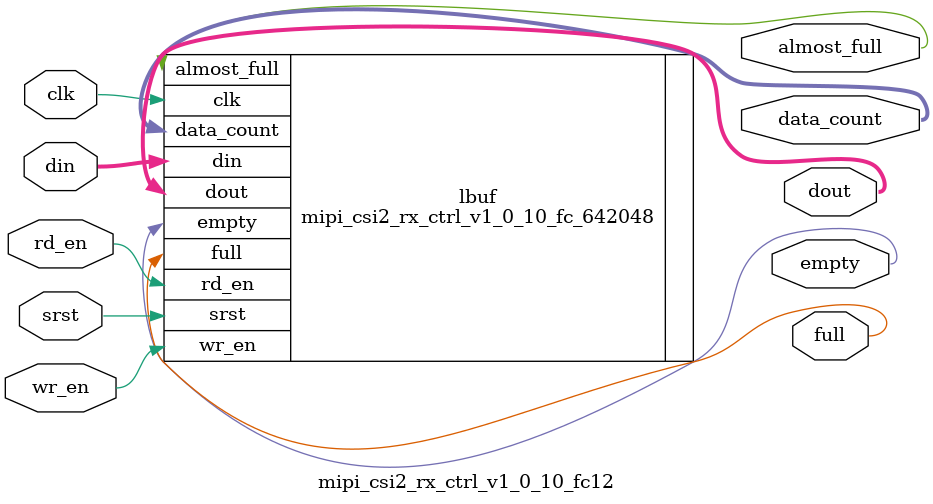
<source format=v>
`timescale 1ns/1ps
module mipi_csi2_rx_ctrl_v1_0_10_fc12 (
input          clk        ,
input          srst       ,
input  [64+4-1:0]  din  ,
input          wr_en      ,
input          rd_en      ,
output  [64+4-1:0]  dout,
output         full       ,
output         almost_full,
output         empty      ,
output [11-1:0]  data_count
);

mipi_csi2_rx_ctrl_v1_0_10_fc_642048 lbuf (
 .clk         (clk         ),
 .srst        (srst        ),
 .din         (din         ),
 .wr_en       (wr_en       ),
 .rd_en       (rd_en       ),
 .dout        (dout        ),
 .full        (full        ),
 .almost_full (almost_full ),
 .empty       (empty       ),
 .data_count  (data_count  ) 
);
endmodule

</source>
